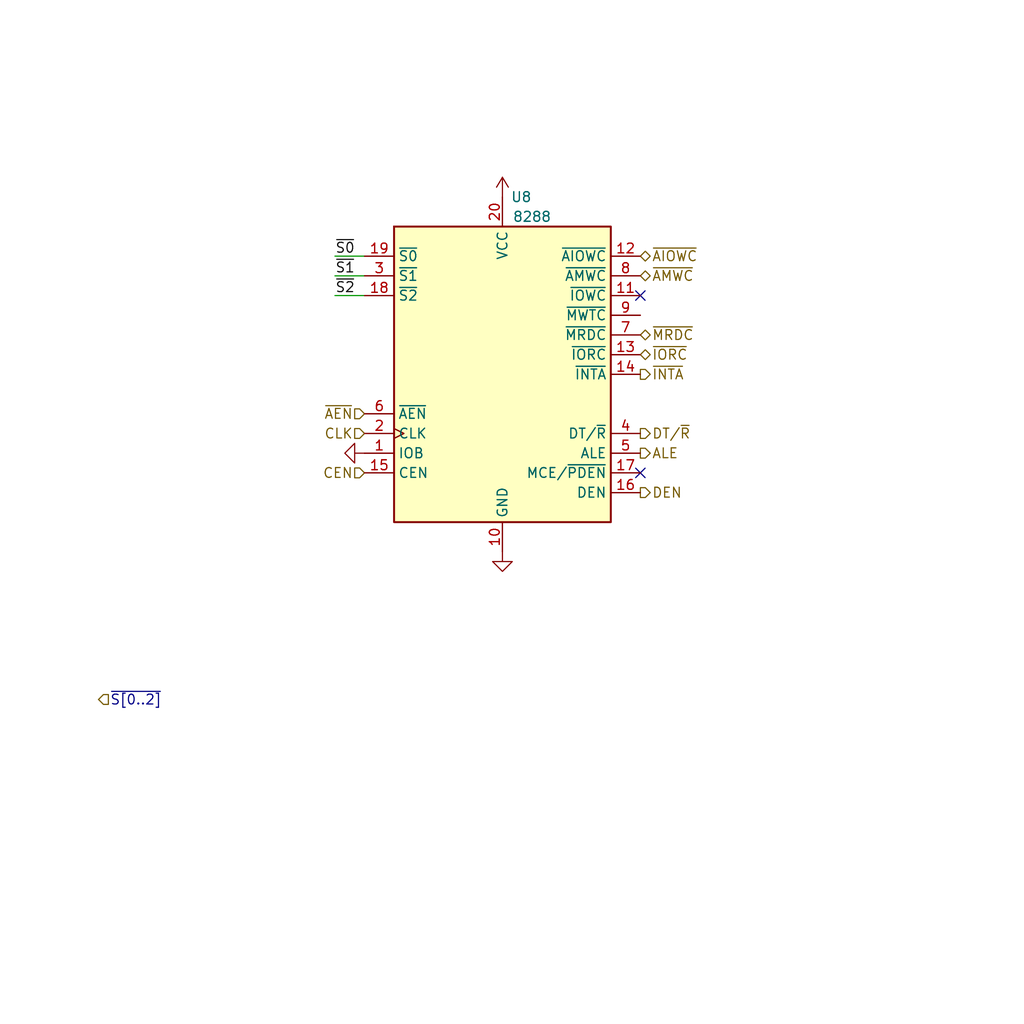
<source format=kicad_sch>
(kicad_sch (version 20211123) (generator eeschema)
  (paper "User" 132.004 132.004)
  (title_block (title "8288 Bus Controller"))
  (lib_symbols
    (symbol "Interface:8288"
      (property "Reference" "U" (at -13.97 20.32 0))
      (property "Value" "8288" (at 8.89 20.32 0))
      (symbol "8288_0_0"
        (rectangle (start -13.97 -19.05) (end 13.97 19.05) (stroke (width 0.254)) (fill (type background)))
      )
      (symbol "8288_1_1"
        (pin input line (at -17.78 -10.16 0) (length 3.81) (name "IOB") (number "1"))
        (pin power_in line (at 0 -22.86 90) (length 3.81) (name "GND") (number "10"))
        (pin tri_state line (at 17.78 10.16 180) (length 3.81) (name "~{IOWC}") (number "11"))
        (pin tri_state line (at 17.78 15.24 180) (length 3.81) (name "~{AIOWC}") (number "12"))
        (pin tri_state line (at 17.78 2.54 180) (length 3.81) (name "~{IORC}") (number "13"))
        (pin tri_state line (at 17.78 0 180) (length 3.81) (name "~{INTA}") (number "14"))
        (pin input line (at -17.78 -12.7 0) (length 3.81) (name "CEN") (number "15"))
        (pin output line (at 17.78 -15.24 180) (length 3.81) (name "DEN") (number "16"))
        (pin output line (at 17.78 -12.7 180) (length 3.81) (name "MCE/~{PDEN}") (number "17"))
        (pin input line (at -17.78 10.16 0) (length 3.81) (name "~{S2}") (number "18"))
        (pin input line (at -17.78 15.24 0) (length 3.81) (name "~{S0}") (number "19"))
        (pin input clock (at -17.78 -7.62 0) (length 3.81) (name "CLK") (number "2"))
        (pin power_in line (at 0 22.86 270) (length 3.81) (name "VCC") (number "20"))
        (pin input line (at -17.78 12.7 0) (length 3.81) (name "~{S1}") (number "3"))
        (pin output line (at 17.78 -7.62 180) (length 3.81) (name "DT/~{R}") (number "4"))
        (pin output line (at 17.78 -10.16 180) (length 3.81) (name "ALE") (number "5"))
        (pin input line (at -17.78 -5.08 0) (length 3.81) (name "~{AEN}") (number "6"))
        (pin tri_state line (at 17.78 5.08 180) (length 3.81) (name "~{MRDC}") (number "7"))
        (pin tri_state line (at 17.78 12.7 180) (length 3.81) (name "~{AMWC}") (number "8"))
        (pin tri_state line (at 17.78 7.62 180) (length 3.81) (name "~{MWTC}") (number "9"))
      )
    )
    (symbol "power:GND" (power) (pin_names (offset 0))
      (property "Value" "GND" (at 0 -3.81 0))
      (symbol "GND_0_1"
        (polyline (pts (xy 0 0) (xy 0 -1.27) (xy 1.27 -1.27) (xy 0 -2.54) (xy -1.27 -1.27) (xy 0 -1.27)))
      )
      (symbol "GND_1_1"
        (pin power_in line (at 0 0 270) (length 0) hide (name "GND") (number "1"))
      )
    )
    (symbol "power:VCC" (power) (pin_names (offset 0))
      (property "Value" "VCC" (at 0 3.81 0))
      (symbol "VCC_0_1"
        (polyline (pts (xy -0.762 1.27) (xy 0 2.54)))
        (polyline (pts (xy 0 0) (xy 0 2.54)))
        (polyline (pts (xy 0 2.54) (xy 0.762 1.27)))
      )
      (symbol "VCC_1_1"
        (pin power_in line (at 0 0 90) (length 0) hide (name "VCC") (number "1"))
      )
    )
  )
  (no_connect (at 82.55 60.96))
  (no_connect (at 82.55 38.1))
  (wire (pts (xy 43.18 38.1) (xy 46.99 38.1)))
  (wire (pts (xy 43.18 35.56) (xy 46.99 35.56)))
  (wire (pts (xy 43.18 33.02) (xy 46.99 33.02)))
  (label "~{S0}" (at 43.18 33.02 0))
  (label "~{S2}" (at 43.18 38.1 0))
  (label "~{S1}" (at 43.18 35.56 0))
  (hierarchical_label "~{IORC}" (shape bidirectional) (at 82.55 45.72 0))
  (hierarchical_label "ALE" (shape output) (at 82.55 58.42 0))
  (hierarchical_label "~{MRDC}" (shape bidirectional) (at 82.55 43.18 0))
  (hierarchical_label "~{S[0..2]}" (shape input) (at 12.7 90.17 0))
  (hierarchical_label "~{INTA}" (shape output) (at 82.55 48.26 0))
  (hierarchical_label "CLK" (shape input) (at 46.99 55.88 180))
  (hierarchical_label "DEN" (shape output) (at 82.55 63.5 0))
  (hierarchical_label "DT{slash}~{R}" (shape output) (at 82.55 55.88 0))
  (hierarchical_label "~{AIOWC}" (shape bidirectional) (at 82.55 33.02 0))
  (hierarchical_label "~{AEN}" (shape input) (at 46.99 53.34 180))
  (hierarchical_label "CEN" (shape input) (at 46.99 60.96 180))
  (hierarchical_label "~{AMWC}" (shape bidirectional) (at 82.55 35.56 0))
  (symbol (lib_id "power:GND") (at 64.77 71.12 0) (mirror y) (unit 1)
    (property "Reference" "#PWR0112" (effects hide))
    (property "Value" "GND" (effects hide))
  )
  (symbol (lib_id "Interface:8288") (at 64.77 48.26 0) (unit 1)
    (property "Reference" "U8" (at 68.58 25.4 0) (effects (justify right)))
    (property "Value" "8288" (at 71.12 27.94 0) (effects (justify right)))
    (property "Footprint" "Package_DIP:DIP-20_W7.62mm" (effects hide))
    (property "Datasheet" "http://www.datasheets360.com/pdf/7208679415653955300" (effects hide))
  )
  (symbol (lib_id "power:GND") (at 46.99 58.42 270) (mirror x) (unit 1)
    (property "Reference" "#PWR0113" (effects hide))
    (property "Value" "GND" (effects hide))
  )
  (symbol (lib_id "power:VCC") (at 64.77 25.4 0) (mirror y) (unit 1)
    (property "Reference" "#PWR0111" (effects hide))
    (property "Value" "VCC" (effects hide))
  )
)
</source>
